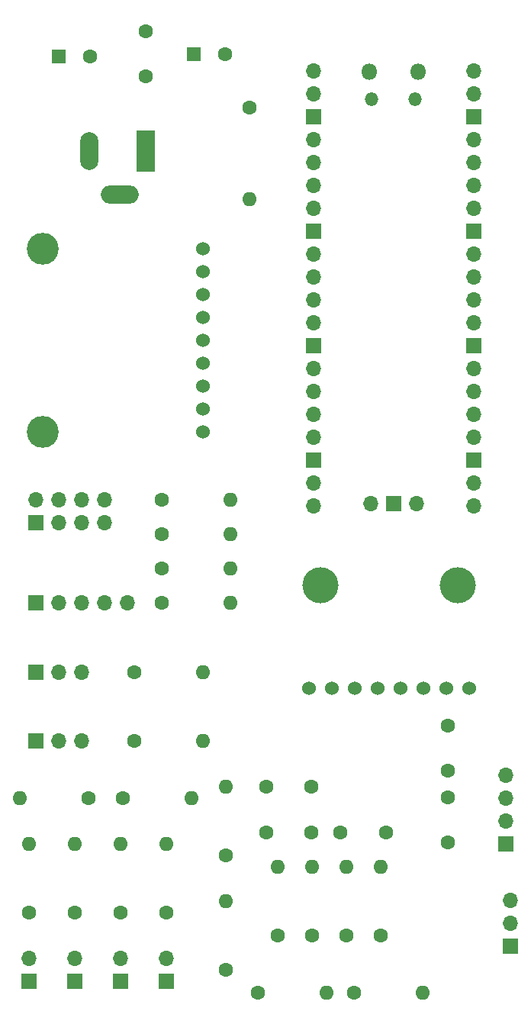
<source format=gbr>
%TF.GenerationSoftware,KiCad,Pcbnew,(6.0.5)*%
%TF.CreationDate,2022-08-06T13:25:36-04:00*%
%TF.ProjectId,RICM Greenpower Telemetry Module,5249434d-2047-4726-9565-6e706f776572,rev?*%
%TF.SameCoordinates,Original*%
%TF.FileFunction,Soldermask,Bot*%
%TF.FilePolarity,Negative*%
%FSLAX46Y46*%
G04 Gerber Fmt 4.6, Leading zero omitted, Abs format (unit mm)*
G04 Created by KiCad (PCBNEW (6.0.5)) date 2022-08-06 13:25:36*
%MOMM*%
%LPD*%
G01*
G04 APERTURE LIST*
%ADD10R,1.700000X1.700000*%
%ADD11O,1.700000X1.700000*%
%ADD12C,1.600000*%
%ADD13O,1.600000X1.600000*%
%ADD14R,1.600000X1.600000*%
%ADD15R,2.000000X4.600000*%
%ADD16O,2.000000X4.200000*%
%ADD17O,4.200000X2.000000*%
%ADD18O,1.500000X1.500000*%
%ADD19O,1.800000X1.800000*%
%ADD20C,3.540000*%
%ADD21C,1.524000*%
%ADD22C,4.000000*%
G04 APERTURE END LIST*
D10*
%TO.C,J4*%
X16325000Y-85590000D03*
D11*
X18865000Y-85590000D03*
X21405000Y-85590000D03*
%TD*%
D12*
%TO.C,C1*%
X28500000Y-19500000D03*
X28500000Y-14500000D03*
%TD*%
%TO.C,R18*%
X25970000Y-99550000D03*
D13*
X33590000Y-99550000D03*
%TD*%
D12*
%TO.C,R19*%
X37400000Y-105900000D03*
D13*
X37400000Y-98280000D03*
%TD*%
D14*
%TO.C,C2*%
X18847349Y-17250000D03*
D12*
X22347349Y-17250000D03*
%TD*%
%TO.C,C8*%
X62000000Y-96500000D03*
X62000000Y-91500000D03*
%TD*%
%TO.C,R20*%
X37400000Y-118600000D03*
D13*
X37400000Y-110980000D03*
%TD*%
D12*
%TO.C,R7*%
X20636000Y-112250000D03*
D13*
X20636000Y-104630000D03*
%TD*%
D12*
%TO.C,C5*%
X50140000Y-103360000D03*
X55140000Y-103360000D03*
%TD*%
D10*
%TO.C,J5*%
X16325000Y-93210000D03*
D11*
X18865000Y-93210000D03*
X21405000Y-93210000D03*
%TD*%
D12*
%TO.C,C7*%
X62000000Y-99500000D03*
X62000000Y-104500000D03*
%TD*%
%TO.C,R4*%
X30290000Y-66510000D03*
D13*
X37910000Y-66510000D03*
%TD*%
D10*
%TO.C,J8*%
X15556000Y-119870000D03*
D11*
X15556000Y-117330000D03*
%TD*%
D15*
%TO.C,J1*%
X28510000Y-27780000D03*
D16*
X22210000Y-27780000D03*
D17*
X25610000Y-32580000D03*
%TD*%
D10*
%TO.C,J6*%
X20636000Y-119870000D03*
D11*
X20636000Y-117330000D03*
%TD*%
D12*
%TO.C,R12*%
X50735000Y-114790000D03*
D13*
X50735000Y-107170000D03*
%TD*%
D18*
%TO.C,U2*%
X53575000Y-22030000D03*
X58425000Y-22030000D03*
D19*
X53275000Y-19000000D03*
X58725000Y-19000000D03*
D11*
X47110000Y-18870000D03*
X47110000Y-21410000D03*
D10*
X47110000Y-23950000D03*
D11*
X47110000Y-26490000D03*
X47110000Y-29030000D03*
X47110000Y-31570000D03*
X47110000Y-34110000D03*
D10*
X47110000Y-36650000D03*
D11*
X47110000Y-39190000D03*
X47110000Y-41730000D03*
X47110000Y-44270000D03*
X47110000Y-46810000D03*
D10*
X47110000Y-49350000D03*
D11*
X47110000Y-51890000D03*
X47110000Y-54430000D03*
X47110000Y-56970000D03*
X47110000Y-59510000D03*
D10*
X47110000Y-62050000D03*
D11*
X47110000Y-64590000D03*
X47110000Y-67130000D03*
X64890000Y-67130000D03*
X64890000Y-64590000D03*
D10*
X64890000Y-62050000D03*
D11*
X64890000Y-59510000D03*
X64890000Y-56970000D03*
X64890000Y-54430000D03*
X64890000Y-51890000D03*
D10*
X64890000Y-49350000D03*
D11*
X64890000Y-46810000D03*
X64890000Y-44270000D03*
X64890000Y-41730000D03*
X64890000Y-39190000D03*
D10*
X64890000Y-36650000D03*
D11*
X64890000Y-34110000D03*
X64890000Y-31570000D03*
X64890000Y-29030000D03*
X64890000Y-26490000D03*
D10*
X64890000Y-23950000D03*
D11*
X64890000Y-21410000D03*
X64890000Y-18870000D03*
X53460000Y-66900000D03*
D10*
X56000000Y-66900000D03*
D11*
X58540000Y-66900000D03*
%TD*%
D12*
%TO.C,R3*%
X30290000Y-70320000D03*
D13*
X37910000Y-70320000D03*
%TD*%
D10*
%TO.C,J9*%
X68500000Y-104630000D03*
D11*
X68500000Y-102090000D03*
X68500000Y-99550000D03*
X68500000Y-97010000D03*
%TD*%
D10*
%TO.C,J11*%
X69000000Y-116025000D03*
D11*
X69000000Y-113485000D03*
X69000000Y-110945000D03*
%TD*%
D12*
%TO.C,R11*%
X46925000Y-114790000D03*
D13*
X46925000Y-107170000D03*
%TD*%
D12*
%TO.C,R16*%
X30796000Y-112250000D03*
D13*
X30796000Y-104630000D03*
%TD*%
D10*
%TO.C,J3*%
X16330000Y-69055000D03*
D11*
X18870000Y-69055000D03*
X21410000Y-69055000D03*
X23950000Y-69055000D03*
X23950000Y-66515000D03*
X21410000Y-66515000D03*
X18870000Y-66515000D03*
X16330000Y-66515000D03*
%TD*%
D12*
%TO.C,L1*%
X40000000Y-22920000D03*
D13*
X40000000Y-33080000D03*
%TD*%
D12*
%TO.C,R13*%
X54545000Y-114790000D03*
D13*
X54545000Y-107170000D03*
%TD*%
D14*
%TO.C,C3*%
X33847349Y-17000000D03*
D12*
X37347349Y-17000000D03*
%TD*%
%TO.C,R6*%
X27240000Y-93210000D03*
D13*
X34860000Y-93210000D03*
%TD*%
D10*
%TO.C,J2*%
X16325000Y-77940000D03*
D11*
X18865000Y-77940000D03*
X21405000Y-77940000D03*
X23945000Y-77940000D03*
X26485000Y-77940000D03*
%TD*%
D12*
%TO.C,R5*%
X27240000Y-85590000D03*
D13*
X34860000Y-85590000D03*
%TD*%
D12*
%TO.C,R1*%
X30290000Y-77940000D03*
D13*
X37910000Y-77940000D03*
%TD*%
D12*
%TO.C,R9*%
X15556000Y-112250000D03*
D13*
X15556000Y-104630000D03*
%TD*%
D12*
%TO.C,R10*%
X43115000Y-114790000D03*
D13*
X43115000Y-107170000D03*
%TD*%
D20*
%TO.C,U4*%
X17080000Y-58910000D03*
X17080000Y-38590000D03*
D21*
X34860000Y-58910000D03*
X34860000Y-56370000D03*
X34860000Y-53830000D03*
X34860000Y-51290000D03*
X34860000Y-48750000D03*
X34860000Y-46210000D03*
X34860000Y-43670000D03*
X34860000Y-41130000D03*
X34860000Y-38590000D03*
%TD*%
D12*
%TO.C,R15*%
X40956000Y-121140000D03*
D13*
X48576000Y-121140000D03*
%TD*%
D12*
%TO.C,R2*%
X30290000Y-74130000D03*
D13*
X37910000Y-74130000D03*
%TD*%
D22*
%TO.C,U3*%
X47880000Y-76000000D03*
X63120000Y-76000000D03*
D21*
X46610000Y-87430000D03*
X49150000Y-87430000D03*
X51690000Y-87430000D03*
X54230000Y-87430000D03*
X56770000Y-87430000D03*
X59310000Y-87430000D03*
X61850000Y-87430000D03*
X64390000Y-87430000D03*
%TD*%
D12*
%TO.C,R14*%
X51624000Y-121140000D03*
D13*
X59244000Y-121140000D03*
%TD*%
D10*
%TO.C,J10*%
X30796000Y-119875000D03*
D11*
X30796000Y-117335000D03*
%TD*%
D12*
%TO.C,R8*%
X25716000Y-112250000D03*
D13*
X25716000Y-104630000D03*
%TD*%
D12*
%TO.C,R17*%
X22160000Y-99550000D03*
D13*
X14540000Y-99550000D03*
%TD*%
D10*
%TO.C,J7*%
X25716000Y-119870000D03*
D11*
X25716000Y-117330000D03*
%TD*%
D12*
%TO.C,C4*%
X41845000Y-98280000D03*
X46845000Y-98280000D03*
%TD*%
%TO.C,C6*%
X41845000Y-103360000D03*
X46845000Y-103360000D03*
%TD*%
M02*

</source>
